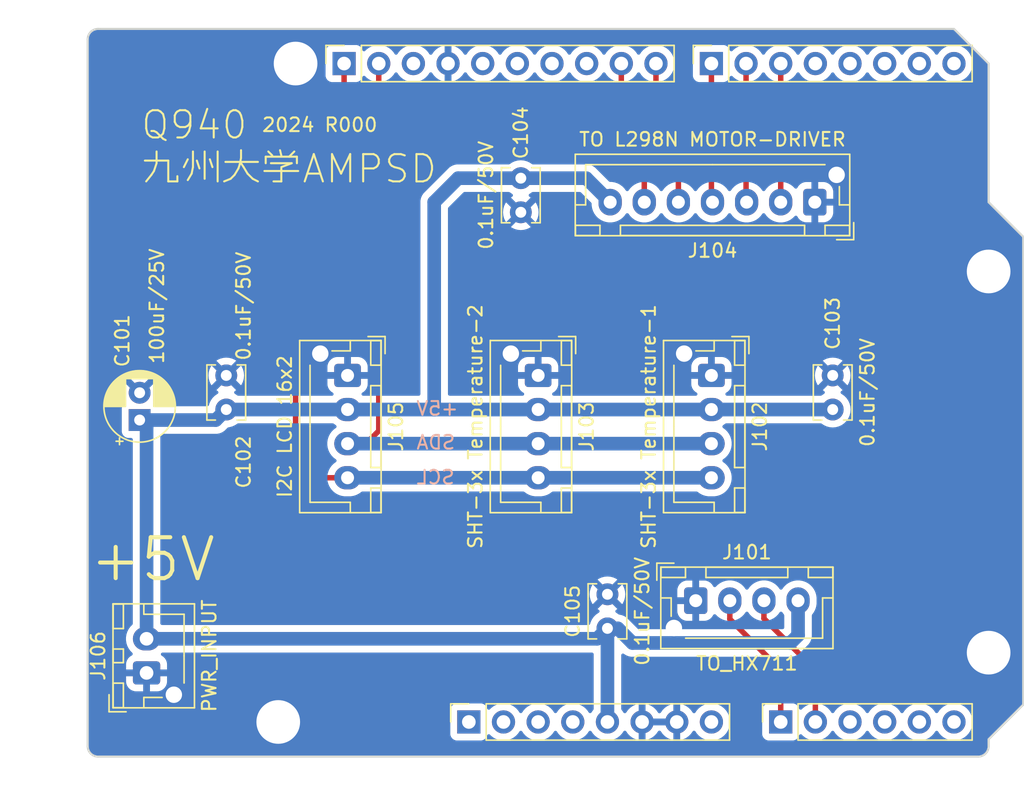
<source format=kicad_pcb>
(kicad_pcb (version 20240108) (generator "pcbnew") (generator_version "8.0")
  (title_block (date "mar. 31 mars 2015"))
  (layers (0 "F.Cu" signal) (31 "B.Cu" signal) (34 "B.Paste" user) (35 "F.Paste" user) (36 "B.SilkS" user "B.Silkscreen") (37 "F.SilkS" user "F.Silkscreen") (38 "B.Mask" user) (39 "F.Mask" user) (44 "Edge.Cuts" user))
  (net 0 "")
  (net 1 "GND")
  (net 3 "+5V")
  (net 4 "/IOREF")
  (net 5 "/A0")
  (net 6 "/A1")
  (net 7 "/A2")
  (net 8 "/A3")
  (net 9 "/SDA{slash}A4")
  (net 10 "/SCL{slash}A5")
  (net 11 "/13")
  (net 12 "/12")
  (net 13 "/AREF")
  (net 14 "/8")
  (net 15 "/7")
  (net 16 "/*11")
  (net 17 "/*10")
  (net 18 "/*9")
  (net 19 "/4")
  (net 20 "/2")
  (net 21 "/*6")
  (net 22 "/*5")
  (net 23 "/TX{slash}1")
  (net 24 "/*3")
  (net 25 "/RX{slash}0")
  (net 26 "+3V3")
  (net 27 "VCC")
  (net 28 "/~{RESET}")
  (footprint "Connector_PinSocket_2.54mm:PinSocket_1x08_P2.54mm_Vertical" (layer "F.Cu") (at 127.94 97.46 90)
    (property "Reference" "J1" (hide yes))
    (property "Value" "Power")
    (fp_line (start 1.33 -1.33) (end 1.33 0) (stroke (width 0.12)) (layer "F.SilkS"))
    (fp_line (start 0 -1.33) (end 1.33 -1.33) (stroke (width 0.12)) (layer "F.SilkS"))
    (fp_line (start 1.33 1.27) (end 1.33 19.11) (stroke (width 0.12)) (layer "F.SilkS"))
    (fp_line (start -1.33 1.27) (end 1.33 1.27) (stroke (width 0.12)) (layer "F.SilkS"))
    (fp_line (start -1.33 1.27) (end -1.33 19.11) (stroke (width 0.12)) (layer "F.SilkS"))
    (fp_line (start -1.33 19.11) (end 1.33 19.11) (stroke (width 0.12)) (layer "F.SilkS"))
    (pad "1" thru_hole rect (at 0 0 90) (size 1.7 1.7) (drill 1) (layers "*.Cu" "*.Mask"))
    (pad "2" thru_hole oval (at 0 2.54 90) (size 1.7 1.7) (drill 1) (layers "*.Cu" "*.Mask") (net 4 "/IOREF"))
    (pad "3" thru_hole oval (at 0 5.08 90) (size 1.7 1.7) (drill 1) (layers "*.Cu" "*.Mask") (net 28 "/~{RESET}"))
    (pad "4" thru_hole oval (at 0 7.62 90) (size 1.7 1.7) (drill 1) (layers "*.Cu" "*.Mask") (net 26 "+3V3"))
    (pad "5" thru_hole oval (at 0 10.16 90) (size 1.7 1.7) (drill 1) (layers "*.Cu" "*.Mask") (net 3 "+5V"))
    (pad "6" thru_hole oval (at 0 12.7 90) (size 1.7 1.7) (drill 1) (layers "*.Cu" "*.Mask") (net 1 "GND"))
    (pad "7" thru_hole oval (at 0 15.24 90) (size 1.7 1.7) (drill 1) (layers "*.Cu" "*.Mask") (net 1 "GND"))
    (pad "8" thru_hole oval (at 0 17.78 90) (size 1.7 1.7) (drill 1) (layers "*.Cu" "*.Mask") (net 27 "VCC"))
  )
  (footprint "Connector_PinSocket_2.54mm:PinSocket_1x06_P2.54mm_Vertical" (layer "F.Cu") (at 150.8 97.46 90)
    (property "Reference" "J3" (hide yes))
    (property "Value" "Analog")
    (fp_line (start 1.33 -1.33) (end 1.33 0) (stroke (width 0.12)) (layer "F.SilkS"))
    (fp_line (start 0 -1.33) (end 1.33 -1.33) (stroke (width 0.12)) (layer "F.SilkS"))
    (fp_line (start 1.33 1.27) (end 1.33 14.03) (stroke (width 0.12)) (layer "F.SilkS"))
    (fp_line (start -1.33 1.27) (end 1.33 1.27) (stroke (width 0.12)) (layer "F.SilkS"))
    (fp_line (start -1.33 1.27) (end -1.33 14.03) (stroke (width 0.12)) (layer "F.SilkS"))
    (fp_line (start -1.33 14.03) (end 1.33 14.03) (stroke (width 0.12)) (layer "F.SilkS"))
    (pad "1" thru_hole rect (at 0 0 90) (size 1.7 1.7) (drill 1) (layers "*.Cu" "*.Mask") (net 5 "/A0"))
    (pad "2" thru_hole oval (at 0 2.54 90) (size 1.7 1.7) (drill 1) (layers "*.Cu" "*.Mask") (net 6 "/A1"))
    (pad "3" thru_hole oval (at 0 5.08 90) (size 1.7 1.7) (drill 1) (layers "*.Cu" "*.Mask") (net 7 "/A2"))
    (pad "4" thru_hole oval (at 0 7.62 90) (size 1.7 1.7) (drill 1) (layers "*.Cu" "*.Mask") (net 8 "/A3"))
    (pad "5" thru_hole oval (at 0 10.16 90) (size 1.7 1.7) (drill 1) (layers "*.Cu" "*.Mask") (net 9 "/SDA{slash}A4"))
    (pad "6" thru_hole oval (at 0 12.7 90) (size 1.7 1.7) (drill 1) (layers "*.Cu" "*.Mask") (net 10 "/SCL{slash}A5"))
  )
  (footprint "Connector_PinSocket_2.54mm:PinSocket_1x10_P2.54mm_Vertical" (layer "F.Cu") (at 118.796 49.2 90)
    (property "Reference" "J2" (hide yes))
    (property "Value" "Digital/PWM")
    (fp_line (start 1.33 -1.33) (end 1.33 0) (stroke (width 0.12)) (layer "F.SilkS"))
    (fp_line (start 0 -1.33) (end 1.33 -1.33) (stroke (width 0.12)) (layer "F.SilkS"))
    (fp_line (start 1.33 1.27) (end 1.33 24.19) (stroke (width 0.12)) (layer "F.SilkS"))
    (fp_line (start -1.33 1.27) (end 1.33 1.27) (stroke (width 0.12)) (layer "F.SilkS"))
    (fp_line (start -1.33 1.27) (end -1.33 24.19) (stroke (width 0.12)) (layer "F.SilkS"))
    (fp_line (start -1.33 24.19) (end 1.33 24.19) (stroke (width 0.12)) (layer "F.SilkS"))
    (pad "1" thru_hole rect (at 0 0 90) (size 1.7 1.7) (drill 1) (layers "*.Cu" "*.Mask") (net 10 "/SCL{slash}A5"))
    (pad "2" thru_hole oval (at 0 2.54 90) (size 1.7 1.7) (drill 1) (layers "*.Cu" "*.Mask") (net 9 "/SDA{slash}A4"))
    (pad "3" thru_hole oval (at 0 5.08 90) (size 1.7 1.7) (drill 1) (layers "*.Cu" "*.Mask") (net 13 "/AREF"))
    (pad "4" thru_hole oval (at 0 7.62 90) (size 1.7 1.7) (drill 1) (layers "*.Cu" "*.Mask") (net 1 "GND"))
    (pad "5" thru_hole oval (at 0 10.16 90) (size 1.7 1.7) (drill 1) (layers "*.Cu" "*.Mask") (net 11 "/13"))
    (pad "6" thru_hole oval (at 0 12.7 90) (size 1.7 1.7) (drill 1) (layers "*.Cu" "*.Mask") (net 12 "/12"))
    (pad "7" thru_hole oval (at 0 15.24 90) (size 1.7 1.7) (drill 1) (layers "*.Cu" "*.Mask") (net 16 "/*11"))
    (pad "8" thru_hole oval (at 0 17.78 90) (size 1.7 1.7) (drill 1) (layers "*.Cu" "*.Mask") (net 17 "/*10"))
    (pad "9" thru_hole oval (at 0 20.32 90) (size 1.7 1.7) (drill 1) (layers "*.Cu" "*.Mask") (net 18 "/*9"))
    (pad "10" thru_hole oval (at 0 22.86 90) (size 1.7 1.7) (drill 1) (layers "*.Cu" "*.Mask") (net 14 "/8"))
  )
  (footprint "Connector_PinSocket_2.54mm:PinSocket_1x08_P2.54mm_Vertical" (layer "F.Cu") (at 145.72 49.2 90)
    (property "Reference" "J4" (hide yes))
    (property "Value" "Digital/PWM")
    (fp_line (start 1.33 -1.33) (end 1.33 0) (stroke (width 0.12)) (layer "F.SilkS"))
    (fp_line (start 0 -1.33) (end 1.33 -1.33) (stroke (width 0.12)) (layer "F.SilkS"))
    (fp_line (start 1.33 1.27) (end 1.33 19.11) (stroke (width 0.12)) (layer "F.SilkS"))
    (fp_line (start -1.33 1.27) (end 1.33 1.27) (stroke (width 0.12)) (layer "F.SilkS"))
    (fp_line (start -1.33 1.27) (end -1.33 19.11) (stroke (width 0.12)) (layer "F.SilkS"))
    (fp_line (start -1.33 19.11) (end 1.33 19.11) (stroke (width 0.12)) (layer "F.SilkS"))
    (pad "1" thru_hole rect (at 0 0 90) (size 1.7 1.7) (drill 1) (layers "*.Cu" "*.Mask") (net 15 "/7"))
    (pad "2" thru_hole oval (at 0 2.54 90) (size 1.7 1.7) (drill 1) (layers "*.Cu" "*.Mask") (net 21 "/*6"))
    (pad "3" thru_hole oval (at 0 5.08 90) (size 1.7 1.7) (drill 1) (layers "*.Cu" "*.Mask") (net 22 "/*5"))
    (pad "4" thru_hole oval (at 0 7.62 90) (size 1.7 1.7) (drill 1) (layers "*.Cu" "*.Mask") (net 19 "/4"))
    (pad "5" thru_hole oval (at 0 10.16 90) (size 1.7 1.7) (drill 1) (layers "*.Cu" "*.Mask") (net 24 "/*3"))
    (pad "6" thru_hole oval (at 0 12.7 90) (size 1.7 1.7) (drill 1) (layers "*.Cu" "*.Mask") (net 20 "/2"))
    (pad "7" thru_hole oval (at 0 15.24 90) (size 1.7 1.7) (drill 1) (layers "*.Cu" "*.Mask") (net 23 "/TX{slash}1"))
    (pad "8" thru_hole oval (at 0 17.78 90) (size 1.7 1.7) (drill 1) (layers "*.Cu" "*.Mask") (net 25 "/RX{slash}0"))
  )
  (footprint "Capacitor_THT:C_Disc_D3.8mm_W2.6mm_P2.50mm" (layer "F.Cu") (at 138.1 90.602 90)
    (property "Reference" "C105" (at 1.25 -2.55 -90) (layer "F.SilkS"))
    (property "Value" "0.1uF/50V" (at 1.25 2.55 -90) (layer "F.SilkS"))
    (fp_line (start 3.27 -1.42) (end 3.27 -0.795) (stroke (width 0.12)) (layer "F.SilkS"))
    (fp_line (start -0.77 -1.42) (end 3.27 -1.42) (stroke (width 0.12)) (layer "F.SilkS"))
    (fp_line (start -0.77 -1.42) (end -0.77 -0.795) (stroke (width 0.12)) (layer "F.SilkS"))
    (fp_line (start 3.27 0.795) (end 3.27 1.42) (stroke (width 0.12)) (layer "F.SilkS"))
    (fp_line (start -0.77 0.795) (end -0.77 1.42) (stroke (width 0.12)) (layer "F.SilkS"))
    (fp_line (start -0.77 1.42) (end 3.27 1.42) (stroke (width 0.12)) (layer "F.SilkS"))
    (pad "1" thru_hole circle (at 0 0 90) (size 1.6 1.6) (drill 0.8) (layers "*.Cu" "*.Mask") (net 3 "+5V"))
    (pad "2" thru_hole circle (at 2.5 0 90) (size 1.6 1.6) (drill 0.8) (layers "*.Cu" "*.Mask") (net 1 "GND"))
  )
  (footprint "Connector_JST:JST_XH_B7B-XH-AM_1x07_P2.50mm_Vertical" (layer "F.Cu") (at 153.3 59.36 180)
    (property "Reference" "J104" (at 7.5 -3.55 180) (layer "F.SilkS"))
    (property "Value" "TO L298N MOTOR-DRIVER" (at 7.5 4.6 180) (layer "F.SilkS"))
    (fp_line (start 17.56 3.51) (end 17.56 -2.46) (stroke (width 0.12)) (layer "F.SilkS"))
    (fp_line (start 17.56 -2.46) (end -2.56 -2.46) (stroke (width 0.12)) (layer "F.SilkS"))
    (fp_line (start 17.55 -0.2) (end 16.8 -0.2) (stroke (width 0.12)) (layer "F.SilkS"))
    (fp_line (start 17.55 -1.7) (end 17.55 -2.45) (stroke (width 0.12)) (layer "F.SilkS"))
    (fp_line (start 17.55 -2.45) (end 15.75 -2.45) (stroke (width 0.12)) (layer "F.SilkS"))
    (fp_line (start 16.8 2.75) (end 7.5 2.75) (stroke (width 0.12)) (layer "F.SilkS"))
    (fp_line (start 16.8 -0.2) (end 16.8 2.75) (stroke (width 0.12)) (layer "F.SilkS"))
    (fp_line (start 15.75 -1.7) (end 17.55 -1.7) (stroke (width 0.12)) (layer "F.SilkS"))
    (fp_line (start 15.75 -2.45) (end 15.75 -1.7) (stroke (width 0.12)) (layer "F.SilkS"))
    (fp_line (start 14.25 -1.7) (end 14.25 -2.45) (stroke (width 0.12)) (layer "F.SilkS"))
    (fp_line (start 14.25 -2.45) (end 0.75 -2.45) (stroke (width 0.12)) (layer "F.SilkS"))
    (fp_line (start 7.5 2.75) (end -0.74 2.75) (stroke (width 0.12)) (layer "F.SilkS"))
    (fp_line (start 0.75 -1.7) (end 14.25 -1.7) (stroke (width 0.12)) (layer "F.SilkS"))
    (fp_line (start 0.75 -2.45) (end 0.75 -1.7) (stroke (width 0.12)) (layer "F.SilkS"))
    (fp_line (start -0.75 -1.7) (end -0.75 -2.45) (stroke (width 0.12)) (layer "F.SilkS"))
    (fp_line (start -0.75 -2.45) (end -2.55 -2.45) (stroke (width 0.12)) (layer "F.SilkS"))
    (fp_line (start -1.6 -2.75) (end -2.85 -2.75) (stroke (width 0.12)) (layer "F.SilkS"))
    (fp_line (start -1.8 -0.2) (end -1.8 1.14) (stroke (width 0.12)) (layer "F.SilkS"))
    (fp_line (start -2.55 -0.2) (end -1.8 -0.2) (stroke (width 0.12)) (layer "F.SilkS"))
    (fp_line (start -2.55 -1.7) (end -0.75 -1.7) (stroke (width 0.12)) (layer "F.SilkS"))
    (fp_line (start -2.55 -2.45) (end -2.55 -1.7) (stroke (width 0.12)) (layer "F.SilkS"))
    (fp_line (start -2.56 3.51) (end 17.56 3.51) (stroke (width 0.12)) (layer "F.SilkS"))
    (fp_line (start -2.56 -2.46) (end -2.56 3.51) (stroke (width 0.12)) (layer "F.SilkS"))
    (fp_line (start -2.85 -2.75) (end -2.85 -1.5) (stroke (width 0.12)) (layer "F.SilkS"))
    (pad "" np_thru_hole circle (at -1.6 2 180) (size 1.2 1.2) (drill 1.2) (layers "*.Cu" "*.Mask"))
    (pad "1" thru_hole roundrect (at 0 0 180) (size 1.7 1.95) (drill 0.95) (layers "*.Cu" "*.Mask") (roundrect_rratio 0.147059) (net 1 "GND"))
    (pad "2" thru_hole oval (at 2.5 0 180) (size 1.7 1.95) (drill 0.95) (layers "*.Cu" "*.Mask") (net 22 "/*5"))
    (pad "3" thru_hole oval (at 5 0 180) (size 1.7 1.95) (drill 0.95) (layers "*.Cu" "*.Mask") (net 21 "/*6"))
    (pad "4" thru_hole oval (at 7.5 0 180) (size 1.7 1.95) (drill 0.95) (layers "*.Cu" "*.Mask") (net 15 "/7"))
    (pad "5" thru_hole oval (at 10 0 180) (size 1.7 1.95) (drill 0.95) (layers "*.Cu" "*.Mask") (net 14 "/8"))
    (pad "6" thru_hole oval (at 12.5 0 180) (size 1.7 1.95) (drill 0.95) (layers "*.Cu" "*.Mask") (net 18 "/*9"))
    (pad "7" thru_hole oval (at 15 0 180) (size 1.7 1.95) (drill 0.95) (layers "*.Cu" "*.Mask") (net 3 "+5V"))
  )
  (footprint "Connector_JST:JST_XH_B4B-XH-AM_1x04_P2.50mm_Vertical" (layer "F.Cu") (at 145.72 72.06 -90)
    (property "Reference" "J102" (at 3.75 -3.55 90) (layer "F.SilkS"))
    (property "Value" "SHT-3x Temperature-1" (at 3.75 4.6 90) (layer "F.SilkS"))
    (fp_line (start -2.56 3.51) (end 10.06 3.51) (stroke (width 0.12)) (layer "F.SilkS"))
    (fp_line (start 10.06 3.51) (end 10.06 -2.46) (stroke (width 0.12)) (layer "F.SilkS"))
    (fp_line (start 3.75 2.75) (end -0.74 2.75) (stroke (width 0.12)) (layer "F.SilkS"))
    (fp_line (start 9.3 2.75) (end 3.75 2.75) (stroke (width 0.12)) (layer "F.SilkS"))
    (fp_line (start -2.55 -0.2) (end -1.8 -0.2) (stroke (width 0.12)) (layer "F.SilkS"))
    (fp_line (start -1.8 -0.2) (end -1.8 1.14) (stroke (width 0.12)) (layer "F.SilkS"))
    (fp_line (start 9.3 -0.2) (end 9.3 2.75) (stroke (width 0.12)) (layer "F.SilkS"))
    (fp_line (start 10.05 -0.2) (end 9.3 -0.2) (stroke (width 0.12)) (layer "F.SilkS"))
    (fp_line (start -2.55 -1.7) (end -0.75 -1.7) (stroke (width 0.12)) (layer "F.SilkS"))
    (fp_line (start -0.75 -1.7) (end -0.75 -2.45) (stroke (width 0.12)) (layer "F.SilkS"))
    (fp_line (start 0.75 -1.7) (end 6.75 -1.7) (stroke (width 0.12)) (layer "F.SilkS"))
    (fp_line (start 6.75 -1.7) (end 6.75 -2.45) (stroke (width 0.12)) (layer "F.SilkS"))
    (fp_line (start 8.25 -1.7) (end 10.05 -1.7) (stroke (width 0.12)) (layer "F.SilkS"))
    (fp_line (start 10.05 -1.7) (end 10.05 -2.45) (stroke (width 0.12)) (layer "F.SilkS"))
    (fp_line (start -2.55 -2.45) (end -2.55 -1.7) (stroke (width 0.12)) (layer "F.SilkS"))
    (fp_line (start -0.75 -2.45) (end -2.55 -2.45) (stroke (width 0.12)) (layer "F.SilkS"))
    (fp_line (start 0.75 -2.45) (end 0.75 -1.7) (stroke (width 0.12)) (layer "F.SilkS"))
    (fp_line (start 6.75 -2.45) (end 0.75 -2.45) (stroke (width 0.12)) (layer "F.SilkS"))
    (fp_line (start 8.25 -2.45) (end 8.25 -1.7) (stroke (width 0.12)) (layer "F.SilkS"))
    (fp_line (start 10.05 -2.45) (end 8.25 -2.45) (stroke (width 0.12)) (layer "F.SilkS"))
    (fp_line (start -2.56 -2.46) (end -2.56 3.51) (stroke (width 0.12)) (layer "F.SilkS"))
    (fp_line (start 10.06 -2.46) (end -2.56 -2.46) (stroke (width 0.12)) (layer "F.SilkS"))
    (fp_line (start -2.85 -2.75) (end -2.85 -1.5) (stroke (width 0.12)) (layer "F.SilkS"))
    (fp_line (start -1.6 -2.75) (end -2.85 -2.75) (stroke (width 0.12)) (layer "F.SilkS"))
    (pad "" np_thru_hole circle (at -1.6 2 270) (size 1.2 1.2) (drill 1.2) (layers "*.Cu" "*.Mask"))
    (pad "1" thru_hole roundrect (at 0 0 270) (size 1.7 1.95) (drill 0.95) (layers "*.Cu" "*.Mask") (roundrect_rratio 0.147059) (net 1 "GND"))
    (pad "2" thru_hole oval (at 2.5 0 270) (size 1.7 1.95) (drill 0.95) (layers "*.Cu" "*.Mask") (net 3 "+5V"))
    (pad "3" thru_hole oval (at 5 0 270) (size 1.7 1.95) (drill 0.95) (layers "*.Cu" "*.Mask") (net 9 "/SDA{slash}A4"))
    (pad "4" thru_hole oval (at 7.5 0 270) (size 1.7 1.95) (drill 0.95) (layers "*.Cu" "*.Mask") (net 10 "/SCL{slash}A5"))
  )
  (footprint "Connector_JST:JST_XH_B4B-XH-AM_1x04_P2.50mm_Vertical" (layer "F.Cu") (at 133.02 72.06 -90)
    (property "Reference" "J103" (at 3.75 -3.55 90) (layer "F.SilkS"))
    (property "Value" "SHT-3x Temperature-2" (at 3.75 4.6 90) (layer "F.SilkS"))
    (fp_line (start -2.56 3.51) (end 10.06 3.51) (stroke (width 0.12)) (layer "F.SilkS"))
    (fp_line (start 10.06 3.51) (end 10.06 -2.46) (stroke (width 0.12)) (layer "F.SilkS"))
    (fp_line (start 3.75 2.75) (end -0.74 2.75) (stroke (width 0.12)) (layer "F.SilkS"))
    (fp_line (start 9.3 2.75) (end 3.75 2.75) (stroke (width 0.12)) (layer "F.SilkS"))
    (fp_line (start -2.55 -0.2) (end -1.8 -0.2) (stroke (width 0.12)) (layer "F.SilkS"))
    (fp_line (start -1.8 -0.2) (end -1.8 1.14) (stroke (width 0.12)) (layer "F.SilkS"))
    (fp_line (start 9.3 -0.2) (end 9.3 2.75) (stroke (width 0.12)) (layer "F.SilkS"))
    (fp_line (start 10.05 -0.2) (end 9.3 -0.2) (stroke (width 0.12)) (layer "F.SilkS"))
    (fp_line (start -2.55 -1.7) (end -0.75 -1.7) (stroke (width 0.12)) (layer "F.SilkS"))
    (fp_line (start -0.75 -1.7) (end -0.75 -2.45) (stroke (width 0.12)) (layer "F.SilkS"))
    (fp_line (start 0.75 -1.7) (end 6.75 -1.7) (stroke (width 0.12)) (layer "F.SilkS"))
    (fp_line (start 6.75 -1.7) (end 6.75 -2.45) (stroke (width 0.12)) (layer "F.SilkS"))
    (fp_line (start 8.25 -1.7) (end 10.05 -1.7) (stroke (width 0.12)) (layer "F.SilkS"))
    (fp_line (start 10.05 -1.7) (end 10.05 -2.45) (stroke (width 0.12)) (layer "F.SilkS"))
    (fp_line (start -2.55 -2.45) (end -2.55 -1.7) (stroke (width 0.12)) (layer "F.SilkS"))
    (fp_line (start -0.75 -2.45) (end -2.55 -2.45) (stroke (width 0.12)) (layer "F.SilkS"))
    (fp_line (start 0.75 -2.45) (end 0.75 -1.7) (stroke (width 0.12)) (layer "F.SilkS"))
    (fp_line (start 6.75 -2.45) (end 0.75 -2.45) (stroke (width 0.12)) (layer "F.SilkS"))
    (fp_line (start 8.25 -2.45) (end 8.25 -1.7) (stroke (width 0.12)) (layer "F.SilkS"))
    (fp_line (start 10.05 -2.45) (end 8.25 -2.45) (stroke (width 0.12)) (layer "F.SilkS"))
    (fp_line (start -2.56 -2.46) (end -2.56 3.51) (stroke (width 0.12)) (layer "F.SilkS"))
    (fp_line (start 10.06 -2.46) (end -2.56 -2.46) (stroke (width 0.12)) (layer "F.SilkS"))
    (fp_line (start -2.85 -2.75) (end -2.85 -1.5) (stroke (width 0.12)) (layer "F.SilkS"))
    (fp_line (start -1.6 -2.75) (end -2.85 -2.75) (stroke (width 0.12)) (layer "F.SilkS"))
    (pad "" np_thru_hole circle (at -1.6 2 270) (size 1.2 1.2) (drill 1.2) (layers "*.Cu" "*.Mask"))
    (pad "1" thru_hole roundrect (at 0 0 270) (size 1.7 1.95) (drill 0.95) (layers "*.Cu" "*.Mask") (roundrect_rratio 0.147059) (net 1 "GND"))
    (pad "2" thru_hole oval (at 2.5 0 270) (size 1.7 1.95) (drill 0.95) (layers "*.Cu" "*.Mask") (net 3 "+5V"))
    (pad "3" thru_hole oval (at 5 0 270) (size 1.7 1.95) (drill 0.95) (layers "*.Cu" "*.Mask") (net 9 "/SDA{slash}A4"))
    (pad "4" thru_hole oval (at 7.5 0 270) (size 1.7 1.95) (drill 0.95) (layers "*.Cu" "*.Mask") (net 10 "/SCL{slash}A5"))
  )
  (footprint "Capacitor_THT:C_Disc_D3.8mm_W2.6mm_P2.50mm" (layer "F.Cu") (at 110.16 74.56 90)
    (property "Reference" "C102" (at -3.85 1.27 -90) (layer "F.SilkS"))
    (property "Value" "0.1uF/50V" (at 7.58 1.27 -90) (layer "F.SilkS"))
    (fp_line (start 3.27 -1.42) (end 3.27 -0.795) (stroke (width 0.12)) (layer "F.SilkS"))
    (fp_line (start -0.77 -1.42) (end 3.27 -1.42) (stroke (width 0.12)) (layer "F.SilkS"))
    (fp_line (start -0.77 -1.42) (end -0.77 -0.795) (stroke (width 0.12)) (layer "F.SilkS"))
    (fp_line (start 3.27 0.795) (end 3.27 1.42) (stroke (width 0.12)) (layer "F.SilkS"))
    (fp_line (start -0.77 0.795) (end -0.77 1.42) (stroke (width 0.12)) (layer "F.SilkS"))
    (fp_line (start -0.77 1.42) (end 3.27 1.42) (stroke (width 0.12)) (layer "F.SilkS"))
    (pad "1" thru_hole circle (at 0 0 90) (size 1.6 1.6) (drill 0.8) (layers "*.Cu" "*.Mask") (net 3 "+5V"))
    (pad "2" thru_hole circle (at 2.5 0 90) (size 1.6 1.6) (drill 0.8) (layers "*.Cu" "*.Mask") (net 1 "GND"))
  )
  (footprint "Capacitor_THT:C_Disc_D3.8mm_W2.6mm_P2.50mm" (layer "F.Cu") (at 154.61 74.56 90)
    (property "Reference" "C103" (at 6.31 0 -90) (layer "F.SilkS"))
    (property "Value" "0.1uF/50V" (at 1.25 2.55 -90) (layer "F.SilkS"))
    (fp_line (start 3.27 -1.42) (end 3.27 -0.795) (stroke (width 0.12)) (layer "F.SilkS"))
    (fp_line (start -0.77 -1.42) (end 3.27 -1.42) (stroke (width 0.12)) (layer "F.SilkS"))
    (fp_line (start -0.77 -1.42) (end -0.77 -0.795) (stroke (width 0.12)) (layer "F.SilkS"))
    (fp_line (start 3.27 0.795) (end 3.27 1.42) (stroke (width 0.12)) (layer "F.SilkS"))
    (fp_line (start -0.77 0.795) (end -0.77 1.42) (stroke (width 0.12)) (layer "F.SilkS"))
    (fp_line (start -0.77 1.42) (end 3.27 1.42) (stroke (width 0.12)) (layer "F.SilkS"))
    (pad "1" thru_hole circle (at 0 0 90) (size 1.6 1.6) (drill 0.8) (layers "*.Cu" "*.Mask") (net 3 "+5V"))
    (pad "2" thru_hole circle (at 2.5 0 90) (size 1.6 1.6) (drill 0.8) (layers "*.Cu" "*.Mask") (net 1 "GND"))
  )
  (footprint "Arduino_MountingHole:MountingHole_3.2mm" (layer "F.Cu") (at 115.24 49.2)
    (property "Reference" "MH1" (hide yes))
    (property "Value" "MountingHole_3.2mm" (hide yes))
    (pad "" np_thru_hole circle (at 0 0) (size 3.2 3.2) (drill 3.2) (layers "*.Cu" "*.Mask"))
  )
  (footprint "Connector_JST:JST_XH_B2B-XH-AM_1x02_P2.50mm_Vertical" (layer "F.Cu") (at 104.318 93.864 90)
    (property "Reference" "J106" (at 1.25 -3.55 -90) (layer "F.SilkS"))
    (property "Value" "PWR_INPUT" (at 1.25 4.6 -90) (layer "F.SilkS"))
    (fp_line (start -1.6 -2.75) (end -2.85 -2.75) (stroke (width 0.12)) (layer "F.SilkS"))
    (fp_line (start -2.85 -2.75) (end -2.85 -1.5) (stroke (width 0.12)) (layer "F.SilkS"))
    (fp_line (start 5.06 -2.46) (end -2.56 -2.46) (stroke (width 0.12)) (layer "F.SilkS"))
    (fp_line (start -2.56 -2.46) (end -2.56 3.51) (stroke (width 0.12)) (layer "F.SilkS"))
    (fp_line (start 5.05 -2.45) (end 3.25 -2.45) (stroke (width 0.12)) (layer "F.SilkS"))
    (fp_line (start 3.25 -2.45) (end 3.25 -1.7) (stroke (width 0.12)) (layer "F.SilkS"))
    (fp_line (start 1.75 -2.45) (end 0.75 -2.45) (stroke (width 0.12)) (layer "F.SilkS"))
    (fp_line (start 0.75 -2.45) (end 0.75 -1.7) (stroke (width 0.12)) (layer "F.SilkS"))
    (fp_line (start -0.75 -2.45) (end -2.55 -2.45) (stroke (width 0.12)) (layer "F.SilkS"))
    (fp_line (start -2.55 -2.45) (end -2.55 -1.7) (stroke (width 0.12)) (layer "F.SilkS"))
    (fp_line (start 5.05 -1.7) (end 5.05 -2.45) (stroke (width 0.12)) (layer "F.SilkS"))
    (fp_line (start 3.25 -1.7) (end 5.05 -1.7) (stroke (width 0.12)) (layer "F.SilkS"))
    (fp_line (start 1.75 -1.7) (end 1.75 -2.45) (stroke (width 0.12)) (layer "F.SilkS"))
    (fp_line (start 0.75 -1.7) (end 1.75 -1.7) (stroke (width 0.12)) (layer "F.SilkS"))
    (fp_line (start -0.75 -1.7) (end -0.75 -2.45) (stroke (width 0.12)) (layer "F.SilkS"))
    (fp_line (start -2.55 -1.7) (end -0.75 -1.7) (stroke (width 0.12)) (layer "F.SilkS"))
    (fp_line (start 5.05 -0.2) (end 4.3 -0.2) (stroke (width 0.12)) (layer "F.SilkS"))
    (fp_line (start 4.3 -0.2) (end 4.3 2.75) (stroke (width 0.12)) (layer "F.SilkS"))
    (fp_line (start -1.8 -0.2) (end -1.8 1.14) (stroke (width 0.12)) (layer "F.SilkS"))
    (fp_line (start -2.55 -0.2) (end -1.8 -0.2) (stroke (width 0.12)) (layer "F.SilkS"))
    (fp_line (start 4.3 2.75) (end 1.25 2.75) (stroke (width 0.12)) (layer "F.SilkS"))
    (fp_line (start 1.25 2.75) (end -0.74 2.75) (stroke (width 0.12)) (layer "F.SilkS"))
    (fp_line (start 5.06 3.51) (end 5.06 -2.46) (stroke (width 0.12)) (layer "F.SilkS"))
    (fp_line (start -2.56 3.51) (end 5.06 3.51) (stroke (width 0.12)) (layer "F.SilkS"))
    (pad "" np_thru_hole circle (at -1.6 2 90) (size 1.2 1.2) (drill 1.2) (layers "*.Cu" "*.Mask"))
    (pad "1" thru_hole roundrect (at 0 0 90) (size 1.7 2) (drill 1) (layers "*.Cu" "*.Mask") (roundrect_rratio 0.147059) (net 1 "GND"))
    (pad "2" thru_hole oval (at 2.5 0 90) (size 1.7 2) (drill 1) (layers "*.Cu" "*.Mask") (net 3 "+5V"))
  )
  (footprint "Capacitor_THT:C_Disc_D3.8mm_W2.6mm_P2.50mm" (layer "F.Cu") (at 131.75 57.602 -90)
    (property "Reference" "C104" (at -3.322 0 90) (layer "F.SilkS"))
    (property "Value" "0.1uF/50V" (at 1.25 2.55 90) (layer "F.SilkS"))
    (fp_line (start -0.77 1.42) (end 3.27 1.42) (stroke (width 0.12)) (layer "F.SilkS"))
    (fp_line (start -0.77 0.795) (end -0.77 1.42) (stroke (width 0.12)) (layer "F.SilkS"))
    (fp_line (start 3.27 0.795) (end 3.27 1.42) (stroke (width 0.12)) (layer "F.SilkS"))
    (fp_line (start -0.77 -1.42) (end -0.77 -0.795) (stroke (width 0.12)) (layer "F.SilkS"))
    (fp_line (start -0.77 -1.42) (end 3.27 -1.42) (stroke (width 0.12)) (layer "F.SilkS"))
    (fp_line (start 3.27 -1.42) (end 3.27 -0.795) (stroke (width 0.12)) (layer "F.SilkS"))
    (pad "1" thru_hole circle (at 0 0 270) (size 1.6 1.6) (drill 0.8) (layers "*.Cu" "*.Mask") (net 3 "+5V"))
    (pad "2" thru_hole circle (at 2.5 0 270) (size 1.6 1.6) (drill 0.8) (layers "*.Cu" "*.Mask") (net 1 "GND"))
  )
  (footprint "Connector_JST:JST_XH_B4B-XH-AM_1x04_P2.50mm_Vertical" (layer "F.Cu") (at 119.05 72.06 -90)
    (property "Reference" "J105" (at 3.75 -3.55 90) (layer "F.SilkS"))
    (property "Value" "I2C LCD 16x2" (at 3.75 4.6 90) (layer "F.SilkS"))
    (fp_line (start -2.56 3.51) (end 10.06 3.51) (stroke (width 0.12)) (layer "F.SilkS"))
    (fp_line (start 10.06 3.51) (end 10.06 -2.46) (stroke (width 0.12)) (layer "F.SilkS"))
    (fp_line (start 3.75 2.75) (end -0.74 2.75) (stroke (width 0.12)) (layer "F.SilkS"))
    (fp_line (start 9.3 2.75) (end 3.75 2.75) (stroke (width 0.12)) (layer "F.SilkS"))
    (fp_line (start -2.55 -0.2) (end -1.8 -0.2) (stroke (width 0.12)) (layer "F.SilkS"))
    (fp_line (start -1.8 -0.2) (end -1.8 1.14) (stroke (width 0.12)) (layer "F.SilkS"))
    (fp_line (start 9.3 -0.2) (end 9.3 2.75) (stroke (width 0.12)) (layer "F.SilkS"))
    (fp_line (start 10.05 -0.2) (end 9.3 -0.2) (stroke (width 0.12)) (layer "F.SilkS"))
    (fp_line (start -2.55 -1.7) (end -0.75 -1.7) (stroke (width 0.12)) (layer "F.SilkS"))
    (fp_line (start -0.75 -1.7) (end -0.75 -2.45) (stroke (width 0.12)) (layer "F.SilkS"))
    (fp_line (start 0.75 -1.7) (end 6.75 -1.7) (stroke (width 0.12)) (layer "F.SilkS"))
    (fp_line (start 6.75 -1.7) (end 6.75 -2.45) (stroke (width 0.12)) (layer "F.SilkS"))
    (fp_line (start 8.25 -1.7) (end 10.05 -1.7) (stroke (width 0.12)) (layer "F.SilkS"))
    (fp_line (start 10.05 -1.7) (end 10.05 -2.45) (stroke (width 0.12)) (layer "F.SilkS"))
    (fp_line (start -2.55 -2.45) (end -2.55 -1.7) (stroke (width 0.12)) (layer "F.SilkS"))
    (fp_line (start -0.75 -2.45) (end -2.55 -2.45) (stroke (width 0.12)) (layer "F.SilkS"))
    (fp_line (start 0.75 -2.45) (end 0.75 -1.7) (stroke (width 0.12)) (layer "F.SilkS"))
    (fp_line (start 6.75 -2.45) (end 0.75 -2.45) (stroke (width 0.12)) (layer "F.SilkS"))
    (fp_line (start 8.25 -2.45) (end 8.25 -1.7) (stroke (width 0.12)) (layer "F.SilkS"))
    (fp_line (start 10.05 -2.45) (end 8.25 -2.45) (stroke (width 0.12)) (layer "F.SilkS"))
    (fp_line (start -2.56 -2.46) (end -2.56 3.51) (stroke (width 0.12)) (layer "F.SilkS"))
    (fp_line (start 10.06 -2.46) (end -2.56 -2.46) (stroke (width 0.12)) (layer "F.SilkS"))
    (fp_line (start -2.85 -2.75) (end -2.85 -1.5) (stroke (width 0.12)) (layer "F.SilkS"))
    (fp_line (start -1.6 -2.75) (end -2.85 -2.75) (stroke (width 0.12)) (layer "F.SilkS"))
    (pad "" np_thru_hole circle (at -1.6 2 270) (size 1.2 1.2) (drill 1.2) (layers "*.Cu" "*.Mask"))
    (pad "1" thru_hole roundrect (at 0 0 270) (size 1.7 1.95) (drill 0.95) (layers "*.Cu" "*.Mask") (roundrect_rratio 0.147059) (net 1 "GND"))
    (pad "2" thru_hole oval (at 2.5 0 270) (size 1.7 1.95) (drill 0.95) (layers "*.Cu" "*.Mask") (net 3 "+5V"))
    (pad "3" thru_hole oval (at 5 0 270) (size 1.7 1.95) (drill 0.95) (layers "*.Cu" "*.Mask") (net 9 "/SDA{slash}A4"))
    (pad "4" thru_hole oval (at 7.5 0 270) (size 1.7 1.95) (drill 0.95) (layers "*.Cu" "*.Mask") (net 10 "/SCL{slash}A5"))
  )
  (footprint "Capacitor_THT:CP_Radial_D5.0mm_P2.00mm" (layer "F.Cu") (at 103.81 75.33 90)
    (property "Reference" "C101" (at 5.81 -1.27 -90) (layer "F.SilkS"))
    (property "Value" "100uF/25V" (at 8.35 1.27 -90) (layer "F.SilkS"))
    (fp_line (start 1.04 -2.58) (end 1.04 -1.04) (stroke (width 0.12)) (layer "F.SilkS"))
    (fp_line (start 1 -2.58) (end 1 -1.04) (stroke (width 0.12)) (layer "F.SilkS"))
    (fp_line (start 1.08 -2.579) (end 1.08 -1.04) (stroke (width 0.12)) (layer "F.SilkS"))
    (fp_line (start 1.12 -2.578) (end 1.12 -1.04) (stroke (width 0.12)) (layer "F.SilkS"))
    (fp_line (start 1.16 -2.576) (end 1.16 -1.04) (stroke (width 0.12)) (layer "F.SilkS"))
    (fp_line (start 1.2 -2.573) (end 1.2 -1.04) (stroke (width 0.12)) (layer "F.SilkS"))
    (fp_line (start 1.24 -2.569) (end 1.24 -1.04) (stroke (width 0.12)) (layer "F.SilkS"))
    (fp_line (start 1.28 -2.565) (end 1.28 -1.04) (stroke (width 0.12)) (layer "F.SilkS"))
    (fp_line (start 1.32 -2.561) (end 1.32 -1.04) (stroke (width 0.12)) (layer "F.SilkS"))
    (fp_line (start 1.36 -2.556) (end 1.36 -1.04) (stroke (width 0.12)) (layer "F.SilkS"))
    (fp_line (start 1.4 -2.55) (end 1.4 -1.04) (stroke (width 0.12)) (layer "F.SilkS"))
    (fp_line (start 1.44 -2.543) (end 1.44 -1.04) (stroke (width 0.12)) (layer "F.SilkS"))
    (fp_line (start 1.48 -2.536) (end 1.48 -1.04) (stroke (width 0.12)) (layer "F.SilkS"))
    (fp_line (start 1.52 -2.528) (end 1.52 -1.04) (stroke (width 0.12)) (layer "F.SilkS"))
    (fp_line (start 1.56 -2.52) (end 1.56 -1.04) (stroke (width 0.12)) (layer "F.SilkS"))
    (fp_line (start 1.6 -2.511) (end 1.6 -1.04) (stroke (width 0.12)) (layer "F.SilkS"))
    (fp_line (start 1.64 -2.501) (end 1.64 -1.04) (stroke (width 0.12)) (layer "F.SilkS"))
    (fp_line (start 1.68 -2.491) (end 1.68 -1.04) (stroke (width 0.12)) (layer "F.SilkS"))
    (fp_line (start 1.721 -2.48) (end 1.721 -1.04) (stroke (width 0.12)) (layer "F.SilkS"))
    (fp_line (start 1.761 -2.468) (end 1.761 -1.04) (stroke (width 0.12)) (layer "F.SilkS"))
    (fp_line (start 1.801 -2.455) (end 1.801 -1.04) (stroke (width 0.12)) (layer "F.SilkS"))
    (fp_line (start 1.841 -2.442) (end 1.841 -1.04) (stroke (width 0.12)) (layer "F.SilkS"))
    (fp_line (start 1.881 -2.428) (end 1.881 -1.04) (stroke (width 0.12)) (layer "F.SilkS"))
    (fp_line (start 1.921 -2.414) (end 1.921 -1.04) (stroke (width 0.12)) (layer "F.SilkS"))
    (fp_line (start 1.961 -2.398) (end 1.961 -1.04) (stroke (width 0.12)) (layer "F.SilkS"))
    (fp_line (start 2.001 -2.382) (end 2.001 -1.04) (stroke (width 0.12)) (layer "F.SilkS"))
    (fp_line (start 2.041 -2.365) (end 2.041 -1.04) (stroke (width 0.12)) (layer "F.SilkS"))
    (fp_line (start 2.081 -2.348) (end 2.081 -1.04) (stroke (width 0.12)) (layer "F.SilkS"))
    (fp_line (start 2.121 -2.329) (end 2.121 -1.04) (stroke (width 0.12)) (layer "F.SilkS"))
    (fp_line (start 2.161 -2.31) (end 2.161 -1.04) (stroke (width 0.12)) (layer "F.SilkS"))
    (fp_line (start 2.201 -2.29) (end 2.201 -1.04) (stroke (width 0.12)) (layer "F.SilkS"))
    (fp_line (start 2.241 -2.268) (end 2.241 -1.04) (stroke (width 0.12)) (layer "F.SilkS"))
    (fp_line (start 2.281 -2.247) (end 2.281 -1.04) (stroke (width 0.12)) (layer "F.SilkS"))
    (fp_line (start 2.321 -2.224) (end 2.321 -1.04) (stroke (width 0.12)) (layer "F.SilkS"))
    (fp_line (start 2.361 -2.2) (end 2.361 -1.04) (stroke (width 0.12)) (layer "F.SilkS"))
    (fp_line (start 2.401 -2.175) (end 2.401 -1.04) (stroke (width 0.12)) (layer "F.SilkS"))
    (fp_line (start 2.441 -2.149) (end 2.441 -1.04) (stroke (width 0.12)) (layer "F.SilkS"))
    (fp_line (start 2.481 -2.122) (end 2.481 -1.04) (stroke (width 0.12)) (layer "F.SilkS"))
    (fp_line (start 2.521 -2.095) (end 2.521 -1.04) (stroke (width 0.12)) (layer "F.SilkS"))
    (fp_line (start 2.561 -2.065) (end 2.561 -1.04) (stroke (width 0.12)) (layer "F.SilkS"))
    (fp_line (start 2.601 -2.035) (end 2.601 -1.04) (stroke (width 0.12)) (layer "F.SilkS"))
    (fp_line (start 2.641 -2.004) (end 2.641 -1.04) (stroke (width 0.12)) (layer "F.SilkS"))
    (fp_line (start 2.681 -1.971) (end 2.681 -1.04) (stroke (width 0.12)) (layer "F.SilkS"))
    (fp_line (start 2.721 -1.937) (end 2.721 -1.04) (stroke (width 0.12)) (layer "F.SilkS"))
    (fp_line (start 2.761 -1.901) (end 2.761 -1.04) (stroke (width 0.12)) (layer "F.SilkS"))
    (fp_line (start 2.801 -1.864) (end 2.801 -1.04) (stroke (width 0.12)) (layer "F.SilkS"))
    (fp_line (start 2.841 -1.826) (end 2.841 -1.04) (stroke (width 0.12)) (layer "F.SilkS"))
    (fp_line (start 2.881 -1.785) (end 2.881 -1.04) (stroke (width 0.12)) (layer "F.SilkS"))
    (fp_line (start 2.921 -1.743) (end 2.921 -1.04) (stroke (width 0.12)) (layer "F.SilkS"))
    (fp_line (start -1.554775 -1.725) (end -1.554775 -1.225) (stroke (width 0.12)) (layer "F.SilkS"))
    (fp_line (start 2.961 -1.699) (end 2.961 -1.04) (stroke (width 0.12)) (layer "F.SilkS"))
    (fp_line (start 3.001 -1.653) (end 3.001 -1.04) (stroke (width 0.12)) (layer "F.SilkS"))
    (fp_line (start 3.041 -1.605) (end 3.041 1.605) (stroke (width 0.12)) (layer "F.SilkS"))
    (fp_line (start 3.081 -1.554) (end 3.081 1.554) (stroke (width 0.12)) (layer "F.SilkS"))
    (fp_line (start 3.121 -1.5) (end 3.121 1.5) (stroke (width 0.12)) (layer "F.SilkS"))
    (fp_line (start -1.804775 -1.475) (end -1.304775 -1.475) (stroke (width 0.12)) (layer "F.SilkS"))
    (fp_line (start 3.161 -1.443) (end 3.161 1.443) (stroke (width 0.12)) (layer "F.SilkS"))
    (fp_line (start 3.201 -1.383) (end 3.201 1.383) (stroke (width 0.12)) (layer "F.SilkS"))
    (fp_line (start 3.241 -1.319) (end 3.241 1.319) (stroke (width 0.12)) (layer "F.SilkS"))
    (fp_line (start 3.281 -1.251) (end 3.281 1.251) (stroke (width 0.12)) (layer "F.SilkS"))
    (fp_line (start 3.321 -1.178) (end 3.321 1.178) (stroke (width 0.12)) (layer "F.SilkS"))
    (fp_line (start 3.361 -1.098) (end 3.361 1.098) (stroke (width 0.12)) (layer "F.SilkS"))
    (fp_line (start 3.401 -1.011) (end 3.401 1.011) (stroke (width 0.12)) (layer "F.SilkS"))
    (fp_line (start 3.441 -0.915) (end 3.441 0.915) (stroke (width 0.12)) (layer "F.SilkS"))
    (fp_line (start 3.481 -0.805) (end 3.481 0.805) (stroke (width 0.12)) (layer "F.SilkS"))
    (fp_line (start 3.521 -0.677) (end 3.521 0.677) (stroke (width 0.12)) (layer "F.SilkS"))
    (fp_line (start 3.561 -0.518) (end 3.561 0.518) (stroke (width 0.12)) (layer "F.SilkS"))
    (fp_line (start 3.601 -0.284) (end 3.601 0.284) (stroke (width 0.12)) (layer "F.SilkS"))
    (fp_line (start 3.001 1.04) (end 3.001 1.653) (stroke (width 0.12)) (layer "F.SilkS"))
    (fp_line (start 2.961 1.04) (end 2.961 1.699) (stroke (width 0.12)) (layer "F.SilkS"))
    (fp_line (start 2.921 1.04) (end 2.921 1.743) (stroke (width 0.12)) (layer "F.SilkS"))
    (fp_line (start 2.881 1.04) (end 2.881 1.785) (stroke (width 0.12)) (layer "F.SilkS"))
    (fp_line (start 2.841 1.04) (end 2.841 1.826) (stroke (width 0.12)) (layer "F.SilkS"))
    (fp_line (start 2.801 1.04) (end 2.801 1.864) (stroke (width 0.12)) (layer "F.SilkS"))
    (fp_line (start 2.761 1.04) (end 2.761 1.901) (stroke (width 0.12)) (layer "F.SilkS"))
    (fp_line (start 2.721 1.04) (end 2.721 1.937) (stroke (width 0.12)) (layer "F.SilkS"))
    (fp_line (start 2.681 1.04) (end 2.681 1.971) (stroke (width 0.12)) (layer "F.SilkS"))
    (fp_line (start 2.641 1.04) (end 2.641 2.004) (stroke (width 0.12)) (layer "F.SilkS"))
    (fp_line (start 2.601 1.04) (end 2.601 2.035) (stroke (width 0.12)) (layer "F.SilkS"))
    (fp_line (start 2.561 1.04) (end 2.561 2.065) (stroke (width 0.12)) (layer "F.SilkS"))
    (fp_line (start 2.521 1.04) (end 2.521 2.095) (stroke (width 0.12)) (layer "F.SilkS"))
    (fp_line (start 2.481 1.04) (end 2.481 2.122) (stroke (width 0.12)) (layer "F.SilkS"))
    (fp_line (start 2.441 1.04) (end 2.441 2.149) (stroke (width 0.12)) (layer "F.SilkS"))
    (fp_line (start 2.401 1.04) (end 2.401 2.175) (stroke (width 0.12)) (layer "F.SilkS"))
    (fp_line (start 2.361 1.04) (end 2.361 2.2) (stroke (width 0.12)) (layer "F.SilkS"))
    (fp_line (start 2.321 1.04) (end 2.321 2.224) (stroke (width 0.12)) (layer "F.SilkS"))
    (fp_line (start 2.281 1.04) (end 2.281 2.247) (stroke (width 0.12)) (layer "F.SilkS"))
    (fp_line (start 2.241 1.04) (end 2.241 2.268) (stroke (width 0.12)) (layer "F.SilkS"))
    (fp_line (start 2.201 1.04) (end 2.201 2.29) (stroke (width 0.12)) (layer "F.SilkS"))
    (fp_line (start 2.161 1.04) (end 2.161 2.31) (stroke (width 0.12)) (layer "F.SilkS"))
    (fp_line (start 2.121 1.04) (end 2.121 2.329) (stroke (width 0.12)) (layer "F.SilkS"))
    (fp_line (start 2.081 1.04) (end 2.081 2.348) (stroke (width 0.12)) (layer "F.SilkS"))
    (fp_line (start 2.041 1.04) (end 2.041 2.365) (stroke (width 0.12)) (layer "F.SilkS"))
    (fp_line (start 2.001 1.04) (end 2.001 2.382) (stroke (width 0.12)) (layer "F.SilkS"))
    (fp_line (start 1.961 1.04) (end 1.961 2.398) (stroke (width 0.12)) (layer "F.SilkS"))
    (fp_line (start 1.921 1.04) (end 1.921 2.414) (stroke (width 0.12)) (layer "F.SilkS"))
    (fp_line (start 1.881 1.04) (end 1.881 2.428) (stroke (width 0.12)) (layer "F.SilkS"))
    (fp_line (start 1.841 1.04) (end 1.841 2.442) (stroke (width 0.12)) (layer "F.SilkS"))
    (fp_line (start 1.801 1.04) (end 1.801 2.455) (stroke (width 0.12)) (layer "F.SilkS"))
    (fp_line (start 1.761 1.04) (end 1.761 2.468) (stroke (width 0.12)) (layer "F.SilkS"))
    (fp_line (start 1.721 1.04) (end 1.721 2.48) (stroke (width 0.12)) (layer "F.SilkS"))
    (fp_line (start 1.68 1.04) (end 1.68 2.491) (stroke (width 0.12)) (layer "F.SilkS"))
    (fp_line (start 1.64 1.04) (end 1.64 2.501) (stroke (width 0.12)) (layer "F.SilkS"))
    (fp_line (start 1.6 1.04) (end 1.6 2.511) (stroke (width 0.12)) (layer "F.SilkS"))
    (fp_line (start 1.56 1.04) (end 1.56 2.52) (stroke (width 0.12)) (layer "F.SilkS"))
    (fp_line (start 1.52 1.04) (end 1.52 2.528) (stroke (width 0.12)) (layer "F.SilkS"))
    (fp_line (start 1.48 1.04) (end 1.48 2.536) (stroke (width 0.12)) (layer "F.SilkS"))
    (fp_line (start 1.44 1.04) (end 1.44 2.543) (stroke (width 0.12)) (layer "F.SilkS"))
    (fp_line (start 1.4 1.04) (end 1.4 2.55) (stroke (width 0.12)) (layer "F.SilkS"))
    (fp_line (start 1.36 1.04) (end 1.36 2.556) (stroke (width 0.12)) (layer "F.SilkS"))
    (fp_line (start 1.32 1.04) (end 1.32 2.561) (stroke (width 0.12)) (layer "F.SilkS"))
    (fp_line (start 1.28 1.04) (end 1.28 2.565) (stroke (width 0.12)) (layer "F.SilkS"))
    (fp_line (start 1.24 1.04) (end 1.24 2.569) (stroke (width 0.12)) (layer "F.SilkS"))
    (fp_line (start 1.2 1.04) (end 1.2 2.573) (stroke (width 0.12)) (layer "F.SilkS"))
    (fp_line (start 1.16 1.04) (end 1.16 2.576) (stroke (width 0.12)) (layer "F.SilkS"))
    (fp_line (start 1.12 1.04) (end 1.12 2.578) (stroke (width 0.12)) (layer "F.SilkS"))
    (fp_line (start 1.08 1.04) (end 1.08 2.579) (stroke (width 0.12)) (layer "F.SilkS"))
    (fp_line (start 1.04 1.04) (end 1.04 2.58) (stroke (width 0.12)) (layer "F.SilkS"))
    (fp_line (start 1 1.04) (end 1 2.58) (stroke (width 0.12)) (layer "F.SilkS"))
    (fp_circle (center 1 0) (end 3.62 0) (stroke (width 0.12)) (fill none) (layer "F.SilkS"))
    (pad "1" thru_hole rect (at 0 0 90) (size 1.6 1.6) (drill 0.8) (layers "*.Cu" "*.Mask") (net 3 "+5V"))
    (pad "2" thru_hole circle (at 2 0 90) (size 1.6 1.6) (drill 0.8) (layers "*.Cu" "*.Mask") (net 1 "GND"))
  )
  (footprint "Arduino_MountingHole:MountingHole_3.2mm" (layer "F.Cu") (at 113.97 97.46)
    (property "Reference" "MH2" (hide yes))
    (property "Value" "MountingHole_3.2mm" (hide yes))
    (pad "" np_thru_hole circle (at 0 0) (size 3.2 3.2) (drill 3.2) (layers "*.Cu" "*.Mask"))
  )
  (footprint "Connector_JST:JST_XH_B4B-XH-AM_1x04_P2.50mm_Vertical" (layer "F.Cu") (at 144.57 88.57)
    (property "Reference" "J101" (at 3.75 -3.55 0) (layer "F.SilkS"))
    (property "Value" "TO_HX711" (at 3.75 4.6 0) (layer "F.SilkS"))
    (fp_line (start -2.85 -2.75) (end -2.85 -1.5) (stroke (width 0.12)) (layer "F.SilkS"))
    (fp_line (start -2.56 -2.46) (end -2.56 3.51) (stroke (width 0.12)) (layer "F.SilkS"))
    (fp_line (start -2.56 3.51) (end 10.06 3.51) (stroke (width 0.12)) (layer "F.SilkS"))
    (fp_line (start -2.55 -2.45) (end -2.55 -1.7) (stroke (width 0.12)) (layer "F.SilkS"))
    (fp_line (start -2.55 -1.7) (end -0.75 -1.7) (stroke (width 0.12)) (layer "F.SilkS"))
    (fp_line (start -2.55 -0.2) (end -1.8 -0.2) (stroke (width 0.12)) (layer "F.SilkS"))
    (fp_line (start -1.8 -0.2) (end -1.8 1.14) (stroke (width 0.12)) (layer "F.SilkS"))
    (fp_line (start -1.6 -2.75) (end -2.85 -2.75) (stroke (width 0.12)) (layer "F.SilkS"))
    (fp_line (start -0.75 -2.45) (end -2.55 -2.45) (stroke (width 0.12)) (layer "F.SilkS"))
    (fp_line (start -0.75 -1.7) (end -0.75 -2.45) (stroke (width 0.12)) (layer "F.SilkS"))
    (fp_line (start 0.75 -2.45) (end 0.75 -1.7) (stroke (width 0.12)) (layer "F.SilkS"))
    (fp_line (start 0.75 -1.7) (end 6.75 -1.7) (stroke (width 0.12)) (layer "F.SilkS"))
    (fp_line (start 3.75 2.75) (end -0.74 2.75) (stroke (width 0.12)) (layer "F.SilkS"))
    (fp_line (start 6.75 -2.45) (end 0.75 -2.45) (stroke (width 0.12)) (layer "F.SilkS"))
    (fp_line (start 6.75 -1.7) (end 6.75 -2.45) (stroke (width 0.12)) (layer "F.SilkS"))
    (fp_line (start 8.25 -2.45) (end 8.25 -1.7) (stroke (width 0.12)) (layer "F.SilkS"))
    (fp_line (start 8.25 -1.7) (end 10.05 -1.7) (stroke (width 0.12)) (layer "F.SilkS"))
    (fp_line (start 9.3 -0.2) (end 9.3 2.75) (stroke (width 0.12)) (layer "F.SilkS"))
    (fp_line (start 9.3 2.75) (end 3.75 2.75) (stroke (width 0.12)) (layer "F.SilkS"))
    (fp_line (start 10.05 -2.45) (end 8.25 -2.45) (stroke (width 0.12)) (layer "F.SilkS"))
    (fp_line (start 10.05 -1.7) (end 10.05 -2.45) (stroke (width 0.12)) (layer "F.SilkS"))
    (fp_line (start 10.05 -0.2) (end 9.3 -0.2) (stroke (width 0.12)) (layer "F.SilkS"))
    (fp_line (start 10.06 -2.46) (end -2.56 -2.46) (stroke (width 0.12)) (layer "F.SilkS"))
    (fp_line (start 10.06 3.51) (end 10.06 -2.46) (stroke (width 0.12)) (layer "F.SilkS"))
    (pad "" np_thru_hole circle (at -1.6 2) (size 1.2 1.2) (drill 1.2) (layers "*.Cu" "*.Mask"))
    (pad "1" thru_hole roundrect (at 0 0) (size 1.7 1.95) (drill 0.95) (layers "*.Cu" "*.Mask") (roundrect_rratio 0.147059) (net 1 "GND"))
    (pad "2" thru_hole oval (at 2.5 0) (size 1.7 1.95) (drill 0.95) (layers "*.Cu" "*.Mask") (net 5 "/A0"))
    (pad "3" thru_hole oval (at 5 0) (size 1.7 1.95) (drill 0.95) (layers "*.Cu" "*.Mask") (net 6 "/A1"))
    (pad "4" thru_hole oval (at 7.5 0) (size 1.7 1.95) (drill 0.95) (layers "*.Cu" "*.Mask") (net 3 "+5V"))
  )
  (footprint "Arduino_MountingHole:MountingHole_3.2mm" (layer "F.Cu") (at 166.04 64.44)
    (property "Reference" "MH3" (hide yes))
    (property "Value" "MountingHole_3.2mm" (hide yes))
    (pad "" np_thru_hole circle (at 0 0) (size 3.2 3.2) (drill 3.2) (layers "*.Cu" "*.Mask"))
  )
  (footprint "Arduino_MountingHole:MountingHole_3.2mm" (layer "F.Cu") (at 166.04 92.38)
    (property "Reference" "MH4" (hide yes))
    (property "Value" "MountingHole_3.2mm" (hide yes))
    (pad "" np_thru_hole circle (at 0 0) (size 3.2 3.2) (drill 3.2) (layers "*.Cu" "*.Mask"))
  )
  (gr_line (start 166.04 59.36) (end 168.58 61.9) (stroke (width 0.15)) (layer "Edge.Cuts"))
  (gr_line (start 100 99.238) (end 100 47.422) (stroke (width 0.15)) (layer "Edge.Cuts"))
  (gr_line (start 168.58 61.9) (end 168.58 96.19) (stroke (width 0.15)) (layer "Edge.Cuts"))
  (gr_line (start 165.278 100) (end 100.762 100) (stroke (width 0.15)) (layer "Edge.Cuts"))
  (gr_line (start 100.762 46.66) (end 163.5 46.66) (stroke (width 0.15)) (layer "Edge.Cuts"))
  (gr_arc (start 100.762 100) (mid 100.223185 99.776815) (end 100 99.238) (stroke (width 0.15)) (layer "Edge.Cuts"))
  (gr_line (start 168.58 96.19) (end 166.04 98.73) (stroke (width 0.15)) (layer "Edge.Cuts"))
  (gr_line (start 163.5 46.66) (end 166.04 49.2) (stroke (width 0.15)) (layer "Edge.Cuts"))
  (gr_arc (start 166.04 99.238) (mid 165.816815 99.776815) (end 165.278 100) (stroke (width 0.15)) (layer "Edge.Cuts"))
  (gr_line (start 166.04 49.2) (end 166.04 59.36) (stroke (width 0.15)) (layer "Edge.Cuts"))
  (gr_line (start 166.04 98.73) (end 166.04 99.238) (stroke (width 0.15)) (layer "Edge.Cuts"))
  (gr_arc (start 100 47.422) (mid 100.223185 46.883185) (end 100.762 46.66) (stroke (width 0.15)) (layer "Edge.Cuts"))
  (gr_text "SDA" (at 127.023317 77.55069 0) (layer "B.SilkS") (effects (font (size 1 1)) (justify left bottom mirror)))
  (gr_text "SCL" (at 126.985122 80.109761 0) (layer "B.SilkS") (effects (font (size 1 1)) (justify left bottom mirror)))
  (gr_text "+5V" (at 127.252488 75.06801 0) (layer "B.SilkS") (effects (font (size 1 1)) (justify left bottom mirror)))
  (gr_text "Q940\n九州大学AMPSD" (at 103.81 58.09 0) (layer "F.SilkS") (effects (font (size 2 2)) (justify left bottom)))
  (gr_text "2024 R000" (at 112.7 54.28 0) (layer "F.SilkS") (effects (font (size 1 1)) (justify left bottom)))
  (gr_text "+5V" (at 100 87.3 0) (layer "F.SilkS") (effects (font (size 3 3) (thickness 0.3) (bold yes)) (justify left bottom)))
  (segment (start 125.4 59.36) (end 125.4 74.56) (width 1) (layer "B.Cu") (net 3))
  (segment (start 138.1 90.602) (end 138.862 90.602) (width 1) (layer "B.Cu") (net 3))
  (segment (start 104.318 91.364) (end 104.318 75.838) (width 1) (layer "B.Cu") (net 3))
  (segment (start 125.4 74.56) (end 110.16 74.56) (width 1) (layer "B.Cu") (net 3))
  (segment (start 109.39 75.33) (end 103.81 75.33) (width 1) (layer "B.Cu") (net 3))
  (segment (start 131.75 57.602) (end 136.542 57.602) (width 1) (layer "B.Cu") (net 3))
  (segment (start 136.542 57.602) (end 138.3 59.36) (width 1) (layer "B.Cu") (net 3))
  (segment (start 110.16 74.56) (end 109.39 75.33) (width 1) (layer "B.Cu") (net 3))
  (segment (start 137.338 91.364) (end 138.1 90.602) (width 1) (layer "B.Cu") (net 3))
  (segment (start 104.318 91.364) (end 137.338 91.364) (width 1) (layer "B.Cu") (net 3))
  (segment (start 127.158 57.602) (end 125.4 59.36) (width 1) (layer "B.Cu") (net 3))
  (segment (start 138.862 90.602) (end 139.93 91.67) (width 1) (layer "B.Cu") (net 3))
  (segment (start 104.318 75.838) (end 103.81 75.33) (width 1) (layer "B.Cu") (net 3))
  (segment (start 138.1 90.602) (end 138.1 97.46) (width 1) (layer "B.Cu") (net 3))
  (segment (start 131.75 57.602) (end 127.158 57.602) (width 1) (layer "B.Cu") (net 3))
  (segment (start 152.07 91.11) (end 152.07 88.57) (width 1) (layer "B.Cu") (net 3))
  (segment (start 139.93 91.67) (end 151.51 91.67) (width 1) (layer "B.Cu") (net 3))
  (segment (start 154.61 74.56) (end 125.4 74.56) (width 1) (layer "B.Cu") (net 3))
  (segment (start 151.51 91.67) (end 152.07 91.11) (width 1) (layer "B.Cu") (net 3))
  (segment (start 147.07 88.57) (end 147.07 89.92) (width 0.4) (layer "F.Cu") (net 5))
  (segment (start 150.8 93.65) (end 150.8 97.46) (width 0.4) (layer "F.Cu") (net 5))
  (segment (start 147.07 89.92) (end 150.8 93.65) (width 0.4) (layer "F.Cu") (net 5))
  (segment (start 149.57 89.88) (end 153.34 93.65) (width 0.4) (layer "F.Cu") (net 6))
  (segment (start 149.57 88.57) (end 149.57 89.88) (width 0.4) (layer "F.Cu") (net 6))
  (segment (start 153.34 93.65) (end 153.34 97.46) (width 0.4) (layer "F.Cu") (net 6))
  (segment (start 121.336 49.2) (end 121.336 76.124) (width 0.4) (layer "F.Cu") (net 9))
  (segment (start 121.336 76.124) (end 120.4 77.06) (width 0.4) (layer "F.Cu") (net 9))
  (segment (start 120.4 77.06) (end 119.05 77.06) (width 0.4) (layer "F.Cu") (net 9))
  (segment (start 145.72 77.06) (end 119.05 77.06) (width 1) (layer "B.Cu") (net 9))
  (segment (start 115.24 68.25) (end 115.24 78.41) (width 0.4) (layer "F.Cu") (net 10))
  (segment (start 118.796 64.694) (end 115.24 68.25) (width 0.4) (layer "F.Cu") (net 10))
  (segment (start 116.39 79.56) (end 119.05 79.56) (width 0.4) (layer "F.Cu") (net 10))
  (segment (start 115.24 78.41) (end 116.39 79.56) (width 0.4) (layer "F.Cu") (net 10))
  (segment (start 118.796 49.2) (end 118.796 64.694) (width 0.4) (layer "F.Cu") (net 10))
  (segment (start 145.72 79.56) (end 119.05 79.56) (width 1) (layer "B.Cu") (net 10))
  (segment (start 143.3 55.67) (end 143.3 59.36) (width 0.4) (layer "F.Cu") (net 14))
  (segment (start 141.656 49.2) (end 141.656 54.026) (width 0.4) (layer "F.Cu") (net 14))
  (segment (start 141.656 54.026) (end 143.3 55.67) (width 0.4) (layer "F.Cu") (net 14))
  (segment (start 145.72 49.2) (end 145.72 59.28) (width 0.4) (layer "F.Cu") (net 15))
  (segment (start 145.72 59.28) (end 145.8 59.36) (width 1) (layer "B.Cu") (net 15))
  (segment (start 139.116 49.2) (end 139.116 54.026) (width 0.4) (layer "F.Cu") (net 18))
  (segment (start 139.116 54.026) (end 140.8 55.71) (width 0.4) (layer "F.Cu") (net 18))
  (segment (start 140.8 55.71) (end 140.8 59.36) (width 0.4) (layer "F.Cu") (net 18))
  (segment (start 148.26 49.2) (end 148.26 59.32) (width 0.4) (layer "F.Cu") (net 21))
  (segment (start 148.26 59.32) (end 148.3 59.36) (width 1) (layer "B.Cu") (net 21))
  (segment (start 150.8 49.2) (end 150.8 59.36) (width 0.4) (layer "F.Cu") (net 22))
  (zone (net 1) (net_name "GND") (layer "B.Cu") (connect_pads (clearance 0.508)) (min_thickness 0.25) (fill yes (thermal_gap 0.5) (thermal_bridge_width 0.5))
    (polygon (pts (xy 100 46.66) (xy 168.58 46.66) (xy 168.58 100) (xy 100 100)))
  )
)
</source>
